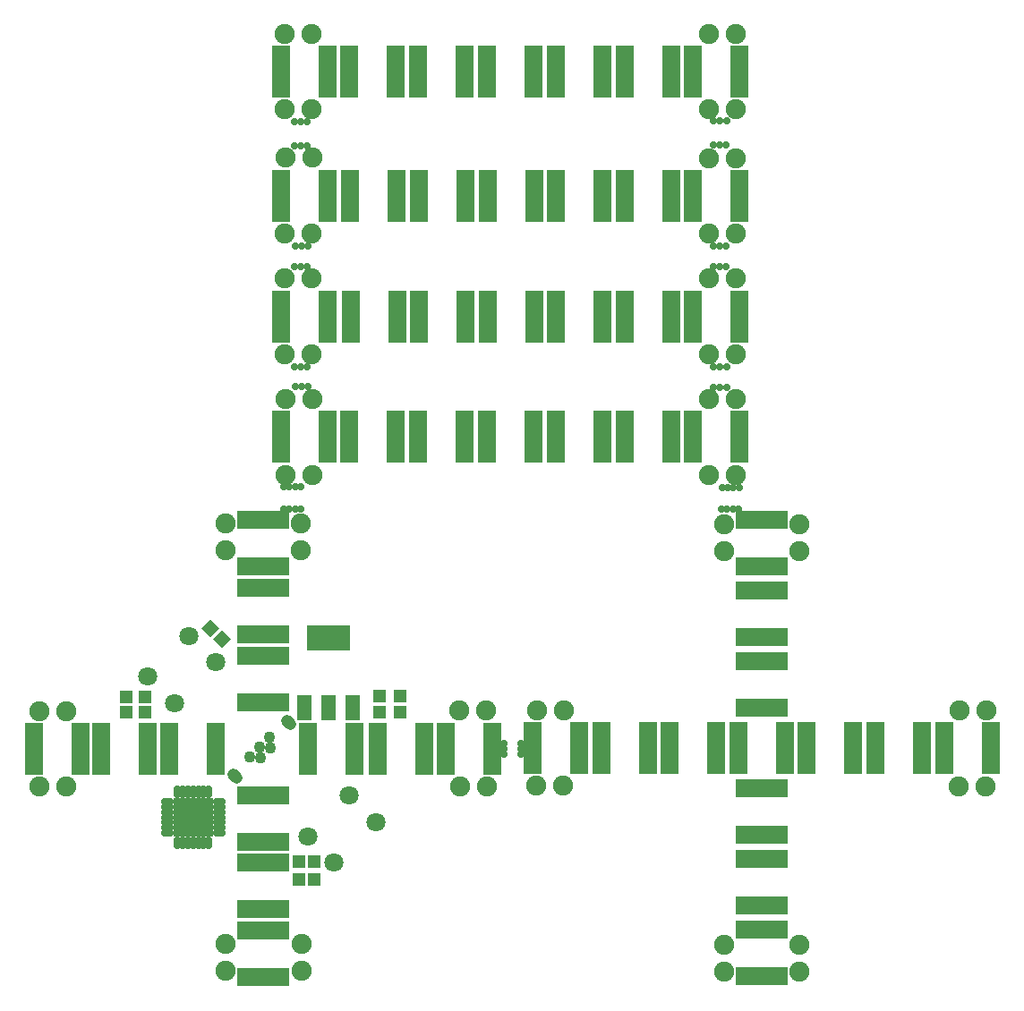
<source format=gts>
G04 #@! TF.FileFunction,Soldermask,Top*
%FSLAX46Y46*%
G04 Gerber Fmt 4.6, Leading zero omitted, Abs format (unit mm)*
G04 Created by KiCad (PCBNEW 4.0.2-4+6225~38~ubuntu15.10.1-stable) date Sun 06 Mar 2016 02:01:02 PM EST*
%MOMM*%
G01*
G04 APERTURE LIST*
%ADD10C,0.100000*%
%ADD11C,0.700000*%
%ADD12R,1.800000X1.800000*%
%ADD13R,1.700000X1.800000*%
%ADD14C,1.799540*%
%ADD15C,1.900000*%
%ADD16R,1.200000X1.150000*%
%ADD17R,1.800000X1.700000*%
%ADD18R,1.150000X1.200000*%
%ADD19O,0.700000X1.250000*%
%ADD20O,1.250000X0.700000*%
%ADD21R,2.075000X2.075000*%
%ADD22C,1.100000*%
%ADD23C,1.100000*%
%ADD24R,4.057600X2.432000*%
%ADD25R,1.416000X2.432000*%
G04 APERTURE END LIST*
D10*
D11*
X130050000Y-145650000D03*
X130050000Y-145150000D03*
X130050000Y-146150000D03*
X128450000Y-145650000D03*
X128450000Y-145150000D03*
X128450000Y-146150000D03*
X109900000Y-111350000D03*
X108700000Y-111350000D03*
X109300000Y-111350000D03*
X109850000Y-109450000D03*
X108650000Y-109450000D03*
X109250000Y-109450000D03*
X109850000Y-99950000D03*
X108650000Y-99950000D03*
X109250000Y-99950000D03*
X109900000Y-98050000D03*
X108700000Y-98050000D03*
X109300000Y-98050000D03*
X109850000Y-88550000D03*
X108650000Y-88550000D03*
X109250000Y-88550000D03*
X109850000Y-86250000D03*
X108650000Y-86250000D03*
X109250000Y-86250000D03*
X149500000Y-86200000D03*
X148300000Y-86200000D03*
X148900000Y-86200000D03*
X149450000Y-88500000D03*
X148250000Y-88500000D03*
X148850000Y-88500000D03*
X149450000Y-98000000D03*
X148250000Y-98000000D03*
X148850000Y-98000000D03*
X149450000Y-99950000D03*
X148250000Y-99950000D03*
X148850000Y-99950000D03*
X149500000Y-109450000D03*
X148300000Y-109450000D03*
X148900000Y-109450000D03*
X149600000Y-120900000D03*
X150150000Y-120900000D03*
X149100000Y-120900000D03*
X150700000Y-120900000D03*
X149050000Y-122900000D03*
X150100000Y-122900000D03*
X149550000Y-122900000D03*
X150650000Y-122900000D03*
X108700000Y-120800000D03*
X109250000Y-120800000D03*
X108150000Y-120800000D03*
X107650000Y-120800000D03*
D12*
X107300000Y-134800000D03*
X107300000Y-130400000D03*
D13*
X105700000Y-130400000D03*
X105700000Y-134800000D03*
D12*
X104100000Y-134800000D03*
X104100000Y-130400000D03*
X107300000Y-141250000D03*
X107300000Y-136850000D03*
D13*
X105700000Y-136850000D03*
X105700000Y-141250000D03*
D12*
X104100000Y-141250000D03*
X104100000Y-136850000D03*
X107300000Y-128350000D03*
X107300000Y-123950000D03*
D13*
X105700000Y-123950000D03*
X105700000Y-128350000D03*
D12*
X104100000Y-128350000D03*
X104100000Y-123950000D03*
D14*
X101171296Y-137440511D03*
X97280511Y-141331296D03*
X98693000Y-134962215D03*
X94731504Y-138782289D03*
D15*
X102100000Y-126820000D03*
X102100000Y-124280000D03*
D10*
G36*
X99873362Y-134180165D02*
X100720165Y-133333362D01*
X101566968Y-134180165D01*
X100720165Y-135026968D01*
X99873362Y-134180165D01*
X99873362Y-134180165D01*
G37*
G36*
X100933032Y-135239835D02*
X101779835Y-134393032D01*
X102626638Y-135239835D01*
X101779835Y-136086638D01*
X100933032Y-135239835D01*
X100933032Y-135239835D01*
G37*
D15*
X109250000Y-126820000D03*
X109250000Y-124280000D03*
D16*
X110550000Y-156300000D03*
X109050000Y-156300000D03*
X109050000Y-158000000D03*
X110550000Y-158000000D03*
D12*
X104100000Y-156400000D03*
X104100000Y-160800000D03*
D13*
X105700000Y-160800000D03*
X105700000Y-156400000D03*
D12*
X107300000Y-156400000D03*
X107300000Y-160800000D03*
X104100000Y-162850000D03*
X104100000Y-167250000D03*
D13*
X105700000Y-167250000D03*
X105700000Y-162850000D03*
D12*
X107300000Y-162850000D03*
X107300000Y-167250000D03*
D15*
X109300000Y-164110000D03*
X109300000Y-166650000D03*
X102100000Y-164080000D03*
X102100000Y-166620000D03*
D12*
X94800000Y-144000000D03*
X90400000Y-144000000D03*
D17*
X90400000Y-145600000D03*
X94800000Y-145600000D03*
D12*
X94800000Y-147200000D03*
X90400000Y-147200000D03*
D15*
X87020000Y-149150000D03*
X84480000Y-149150000D03*
D18*
X92730000Y-140690000D03*
X92730000Y-142190000D03*
D19*
X100550000Y-149650000D03*
X100050000Y-149650000D03*
X99550000Y-149650000D03*
X99050000Y-149650000D03*
X98550000Y-149650000D03*
X98050000Y-149650000D03*
X97550000Y-149650000D03*
D20*
X96600000Y-150600000D03*
X96600000Y-151100000D03*
X96600000Y-151600000D03*
X96600000Y-152100000D03*
X96600000Y-152600000D03*
X96600000Y-153100000D03*
X96600000Y-153600000D03*
D19*
X97550000Y-154550000D03*
X98050000Y-154550000D03*
X98550000Y-154550000D03*
X99050000Y-154550000D03*
X99550000Y-154550000D03*
X100050000Y-154550000D03*
X100550000Y-154550000D03*
D20*
X101500000Y-153600000D03*
X101500000Y-153100000D03*
X101500000Y-152600000D03*
X101500000Y-152100000D03*
X101500000Y-151600000D03*
X101500000Y-151100000D03*
X101500000Y-150600000D03*
D21*
X98212500Y-152937500D03*
X99887500Y-152937500D03*
X98212500Y-151262500D03*
X99887500Y-151262500D03*
D12*
X88400000Y-144000000D03*
X84000000Y-144000000D03*
D17*
X84000000Y-145600000D03*
X88400000Y-145600000D03*
D12*
X88400000Y-147200000D03*
X84000000Y-147200000D03*
D18*
X94550000Y-142190000D03*
X94550000Y-140690000D03*
D12*
X101200000Y-144000000D03*
X96800000Y-144000000D03*
D17*
X96800000Y-145600000D03*
X101200000Y-145600000D03*
D12*
X101200000Y-147200000D03*
X96800000Y-147200000D03*
D15*
X87020000Y-142050000D03*
X84480000Y-142050000D03*
D18*
X118650000Y-142150000D03*
X118650000Y-140650000D03*
X116650000Y-142130000D03*
X116650000Y-140630000D03*
D12*
X109950000Y-147200000D03*
X114350000Y-147200000D03*
D17*
X114350000Y-145600000D03*
X109950000Y-145600000D03*
D12*
X109950000Y-144000000D03*
X114350000Y-144000000D03*
D22*
X107864186Y-142895559D02*
X108217740Y-143249113D01*
X102808373Y-147951373D02*
X103161927Y-148304927D01*
D23*
X104399717Y-146399627D03*
X105342644Y-145456700D03*
X106240669Y-144558675D03*
X105389313Y-146431093D03*
X106326229Y-145529532D03*
D12*
X116500000Y-147200000D03*
X120900000Y-147200000D03*
D17*
X120900000Y-145600000D03*
X116500000Y-145600000D03*
D12*
X116500000Y-144000000D03*
X120900000Y-144000000D03*
X104100000Y-150000000D03*
X104100000Y-154400000D03*
D13*
X105700000Y-154400000D03*
X105700000Y-150000000D03*
D12*
X107300000Y-150000000D03*
X107300000Y-154400000D03*
D14*
X109928704Y-153879489D03*
X113819489Y-149988704D03*
X112407000Y-156357785D03*
X116368496Y-152537711D03*
D15*
X110320000Y-119700000D03*
X107780000Y-119700000D03*
D12*
X111810000Y-103100000D03*
X107410000Y-103100000D03*
D17*
X107410000Y-104700000D03*
X111810000Y-104700000D03*
D12*
X111810000Y-106300000D03*
X107410000Y-106300000D03*
X111800000Y-114500000D03*
X107400000Y-114500000D03*
D17*
X107400000Y-116100000D03*
X111800000Y-116100000D03*
D12*
X111800000Y-117700000D03*
X107400000Y-117700000D03*
X118250000Y-114500000D03*
X113850000Y-114500000D03*
D17*
X113850000Y-116100000D03*
X118250000Y-116100000D03*
D12*
X118250000Y-117700000D03*
X113850000Y-117700000D03*
X118350000Y-103100000D03*
X113950000Y-103100000D03*
D17*
X113950000Y-104700000D03*
X118350000Y-104700000D03*
D12*
X118350000Y-106300000D03*
X113950000Y-106300000D03*
D15*
X110270000Y-108300000D03*
X107730000Y-108300000D03*
X110270000Y-101100000D03*
X107730000Y-101100000D03*
X110320000Y-112500000D03*
X107780000Y-112500000D03*
X110290000Y-96850000D03*
X107750000Y-96850000D03*
D12*
X111800000Y-91700000D03*
X107400000Y-91700000D03*
D17*
X107400000Y-93300000D03*
X111800000Y-93300000D03*
D12*
X111800000Y-94900000D03*
X107400000Y-94900000D03*
X111800000Y-79900000D03*
X107400000Y-79900000D03*
D17*
X107400000Y-81500000D03*
X111800000Y-81500000D03*
D12*
X111800000Y-83100000D03*
X107400000Y-83100000D03*
D15*
X110270000Y-85100000D03*
X107730000Y-85100000D03*
X110270000Y-77950000D03*
X107730000Y-77950000D03*
X110320000Y-89650000D03*
X107780000Y-89650000D03*
D12*
X131250000Y-79900000D03*
X126850000Y-79900000D03*
D17*
X126850000Y-81500000D03*
X131250000Y-81500000D03*
D12*
X131250000Y-83100000D03*
X126850000Y-83100000D03*
X137750000Y-79900000D03*
X133350000Y-79900000D03*
D17*
X133350000Y-81500000D03*
X137750000Y-81500000D03*
D12*
X137750000Y-83100000D03*
X133350000Y-83100000D03*
X137750000Y-91700000D03*
X133350000Y-91700000D03*
D17*
X133350000Y-93300000D03*
X137750000Y-93300000D03*
D12*
X137750000Y-94900000D03*
X133350000Y-94900000D03*
X131300000Y-91700000D03*
X126900000Y-91700000D03*
D17*
X126900000Y-93300000D03*
X131300000Y-93300000D03*
D12*
X131300000Y-94900000D03*
X126900000Y-94900000D03*
X131250000Y-114500000D03*
X126850000Y-114500000D03*
D17*
X126850000Y-116100000D03*
X131250000Y-116100000D03*
D12*
X131250000Y-117700000D03*
X126850000Y-117700000D03*
X131310000Y-103100000D03*
X126910000Y-103100000D03*
D17*
X126910000Y-104700000D03*
X131310000Y-104700000D03*
D12*
X131310000Y-106300000D03*
X126910000Y-106300000D03*
X124850000Y-103100000D03*
X120450000Y-103100000D03*
D17*
X120450000Y-104700000D03*
X124850000Y-104700000D03*
D12*
X124850000Y-106300000D03*
X120450000Y-106300000D03*
X137750000Y-114500000D03*
X133350000Y-114500000D03*
D17*
X133350000Y-116100000D03*
X137750000Y-116100000D03*
D12*
X137750000Y-117700000D03*
X133350000Y-117700000D03*
X137800000Y-103100000D03*
X133400000Y-103100000D03*
D17*
X133400000Y-104700000D03*
X137800000Y-104700000D03*
D12*
X137800000Y-106300000D03*
X133400000Y-106300000D03*
X124750000Y-114500000D03*
X120350000Y-114500000D03*
D17*
X120350000Y-116100000D03*
X124750000Y-116100000D03*
D12*
X124750000Y-117700000D03*
X120350000Y-117700000D03*
X144250000Y-79900000D03*
X139850000Y-79900000D03*
D17*
X139850000Y-81500000D03*
X144250000Y-81500000D03*
D12*
X144250000Y-83100000D03*
X139850000Y-83100000D03*
X150750000Y-79900000D03*
X146350000Y-79900000D03*
D17*
X146350000Y-81500000D03*
X150750000Y-81500000D03*
D12*
X150750000Y-83100000D03*
X146350000Y-83100000D03*
D15*
X150370000Y-85050000D03*
X147830000Y-85050000D03*
X150370000Y-77950000D03*
X147830000Y-77950000D03*
X150370000Y-96850000D03*
X147830000Y-96850000D03*
D12*
X144250000Y-91700000D03*
X139850000Y-91700000D03*
D17*
X139850000Y-93300000D03*
X144250000Y-93300000D03*
D12*
X144250000Y-94900000D03*
X139850000Y-94900000D03*
X150750000Y-91700000D03*
X146350000Y-91700000D03*
D17*
X146350000Y-93300000D03*
X150750000Y-93300000D03*
D12*
X150750000Y-94900000D03*
X146350000Y-94900000D03*
D15*
X150370000Y-89700000D03*
X147830000Y-89700000D03*
D12*
X124800000Y-91700000D03*
X120400000Y-91700000D03*
D17*
X120400000Y-93300000D03*
X124800000Y-93300000D03*
D12*
X124800000Y-94900000D03*
X120400000Y-94900000D03*
X118300000Y-91700000D03*
X113900000Y-91700000D03*
D17*
X113900000Y-93300000D03*
X118300000Y-93300000D03*
D12*
X118300000Y-94900000D03*
X113900000Y-94900000D03*
X118250000Y-79900000D03*
X113850000Y-79900000D03*
D17*
X113850000Y-81500000D03*
X118250000Y-81500000D03*
D12*
X118250000Y-83100000D03*
X113850000Y-83100000D03*
X124750000Y-79900000D03*
X120350000Y-79900000D03*
D17*
X120350000Y-81500000D03*
X124750000Y-81500000D03*
D12*
X124750000Y-83100000D03*
X120350000Y-83100000D03*
X144300000Y-103100000D03*
X139900000Y-103100000D03*
D17*
X139900000Y-104700000D03*
X144300000Y-104700000D03*
D12*
X144300000Y-106300000D03*
X139900000Y-106300000D03*
X150750000Y-103100000D03*
X146350000Y-103100000D03*
D17*
X146350000Y-104700000D03*
X150750000Y-104700000D03*
D12*
X150750000Y-106300000D03*
X146350000Y-106300000D03*
D15*
X150370000Y-101100000D03*
X147830000Y-101100000D03*
D12*
X150700000Y-114500000D03*
X146300000Y-114500000D03*
D17*
X146300000Y-116100000D03*
X150700000Y-116100000D03*
D12*
X150700000Y-117700000D03*
X146300000Y-117700000D03*
D15*
X150370000Y-108300000D03*
X147830000Y-108300000D03*
D12*
X144250000Y-114500000D03*
X139850000Y-114500000D03*
D17*
X139850000Y-116100000D03*
X144250000Y-116100000D03*
D12*
X144250000Y-117700000D03*
X139850000Y-117700000D03*
D15*
X150420000Y-119700000D03*
X147880000Y-119700000D03*
X150420000Y-112500000D03*
X147880000Y-112500000D03*
X124280000Y-149150000D03*
X126820000Y-149150000D03*
D12*
X154450000Y-153750000D03*
X154450000Y-149350000D03*
D13*
X152850000Y-149350000D03*
X152850000Y-153750000D03*
D12*
X151250000Y-153750000D03*
X151250000Y-149350000D03*
X122950000Y-147200000D03*
X127350000Y-147200000D03*
D17*
X127350000Y-145600000D03*
X122950000Y-145600000D03*
D12*
X122950000Y-144000000D03*
X127350000Y-144000000D03*
D15*
X149300000Y-166670000D03*
X149300000Y-164130000D03*
X156400000Y-166720000D03*
X156400000Y-164180000D03*
D12*
X154450000Y-167150000D03*
X154450000Y-162750000D03*
D13*
X152850000Y-162750000D03*
X152850000Y-167150000D03*
D12*
X151250000Y-167150000D03*
X151250000Y-162750000D03*
X154450000Y-160450000D03*
X154450000Y-156050000D03*
D13*
X152850000Y-156050000D03*
X152850000Y-160450000D03*
D12*
X151250000Y-160450000D03*
X151250000Y-156050000D03*
D15*
X124230000Y-142000000D03*
X126770000Y-142000000D03*
D12*
X144150000Y-147150000D03*
X148550000Y-147150000D03*
D17*
X148550000Y-145550000D03*
X144150000Y-145550000D03*
D12*
X144150000Y-143950000D03*
X148550000Y-143950000D03*
X151250000Y-137300000D03*
X151250000Y-141700000D03*
D13*
X152850000Y-141700000D03*
X152850000Y-137300000D03*
D12*
X154450000Y-137300000D03*
X154450000Y-141700000D03*
X150650000Y-147150000D03*
X155050000Y-147150000D03*
D17*
X155050000Y-145550000D03*
X150650000Y-145550000D03*
D12*
X150650000Y-143950000D03*
X155050000Y-143950000D03*
D15*
X131530000Y-149100000D03*
X134070000Y-149100000D03*
X131550000Y-141950000D03*
X134090000Y-141950000D03*
D12*
X131150000Y-147150000D03*
X135550000Y-147150000D03*
D17*
X135550000Y-145550000D03*
X131150000Y-145550000D03*
D12*
X131150000Y-143950000D03*
X135550000Y-143950000D03*
X137650000Y-147150000D03*
X142050000Y-147150000D03*
D17*
X142050000Y-145550000D03*
X137650000Y-145550000D03*
D12*
X137650000Y-143950000D03*
X142050000Y-143950000D03*
D15*
X174020000Y-149150000D03*
X171480000Y-149150000D03*
D12*
X168000000Y-143950000D03*
X163600000Y-143950000D03*
D17*
X163600000Y-145550000D03*
X168000000Y-145550000D03*
D12*
X168000000Y-147150000D03*
X163600000Y-147150000D03*
X174500000Y-143950000D03*
X170100000Y-143950000D03*
D17*
X170100000Y-145550000D03*
X174500000Y-145550000D03*
D12*
X174500000Y-147150000D03*
X170100000Y-147150000D03*
X161500000Y-143950000D03*
X157100000Y-143950000D03*
D17*
X157100000Y-145550000D03*
X161500000Y-145550000D03*
D12*
X161500000Y-147150000D03*
X157100000Y-147150000D03*
D15*
X174070000Y-142000000D03*
X171530000Y-142000000D03*
D12*
X151250000Y-123950000D03*
X151250000Y-128350000D03*
D13*
X152850000Y-128350000D03*
X152850000Y-123950000D03*
D12*
X154450000Y-123950000D03*
X154450000Y-128350000D03*
X151250000Y-130600000D03*
X151250000Y-135000000D03*
D13*
X152850000Y-135000000D03*
X152850000Y-130600000D03*
D12*
X154450000Y-130600000D03*
X154450000Y-135000000D03*
D15*
X156400000Y-124330000D03*
X156400000Y-126870000D03*
X149300000Y-124330000D03*
X149300000Y-126870000D03*
D24*
X111850000Y-135098000D03*
D25*
X111850000Y-141702000D03*
X114136000Y-141702000D03*
X109564000Y-141702000D03*
D11*
X109250000Y-122950000D03*
X108700000Y-122950000D03*
X108150000Y-122950000D03*
X107650000Y-122950000D03*
X149500000Y-111400000D03*
X148900000Y-111400000D03*
X148300000Y-111400000D03*
M02*

</source>
